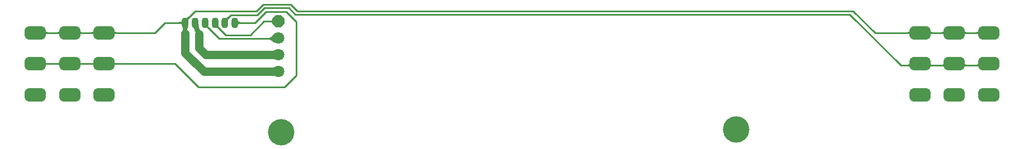
<source format=gbl>
G04*
G04 #@! TF.GenerationSoftware,Altium Limited,Altium Designer,21.8.1 (53)*
G04*
G04 Layer_Physical_Order=2*
G04 Layer_Color=16711680*
%FSLAX25Y25*%
%MOIN*%
G70*
G04*
G04 #@! TF.SameCoordinates,D46EA3DB-D9D9-43A1-922E-71BBC497A689*
G04*
G04*
G04 #@! TF.FilePolarity,Positive*
G04*
G01*
G75*
%ADD12C,0.01000*%
%ADD18O,0.04331X0.06299*%
G04:AMPARAMS|DCode=19|XSize=78.74mil|YSize=125.98mil|CornerRadius=23.62mil|HoleSize=0mil|Usage=FLASHONLY|Rotation=270.000|XOffset=0mil|YOffset=0mil|HoleType=Round|Shape=RoundedRectangle|*
%AMROUNDEDRECTD19*
21,1,0.07874,0.07874,0,0,270.0*
21,1,0.03150,0.12598,0,0,270.0*
1,1,0.04724,-0.03937,-0.01575*
1,1,0.04724,-0.03937,0.01575*
1,1,0.04724,0.03937,0.01575*
1,1,0.04724,0.03937,-0.01575*
%
%ADD19ROUNDEDRECTD19*%
%ADD20C,0.07087*%
%ADD21P,0.07671X8X292.5*%
%ADD22C,0.15748*%
%ADD23C,0.02500*%
%ADD24C,0.05000*%
G36*
X160547Y289402D02*
X160354Y289397D01*
X160182Y289382D01*
X160030Y289356D01*
X159899Y289321D01*
X159788Y289277D01*
X159696Y289222D01*
X159626Y289157D01*
X159575Y289082D01*
X159545Y288997D01*
X159535Y288901D01*
Y290901D01*
X159545Y290807D01*
X159575Y290722D01*
X159626Y290647D01*
X159696Y290581D01*
X159788Y290527D01*
X159899Y290481D01*
X160030Y290446D01*
X160182Y290422D01*
X160354Y290406D01*
X160547Y290402D01*
Y289402D01*
D02*
G37*
G36*
X166422Y290402D02*
X166614Y290406D01*
X166786Y290422D01*
X166938Y290446D01*
X167070Y290481D01*
X167181Y290527D01*
X167272Y290581D01*
X167343Y290647D01*
X167393Y290722D01*
X167424Y290807D01*
X167434Y290901D01*
Y288901D01*
X167424Y288997D01*
X167393Y289082D01*
X167343Y289157D01*
X167272Y289222D01*
X167181Y289277D01*
X167070Y289321D01*
X166938Y289356D01*
X166786Y289382D01*
X166614Y289397D01*
X166422Y289402D01*
Y290402D01*
D02*
G37*
G36*
X160547Y307906D02*
X160354Y307901D01*
X160182Y307886D01*
X160030Y307860D01*
X159899Y307825D01*
X159788Y307781D01*
X159696Y307726D01*
X159626Y307661D01*
X159575Y307586D01*
X159545Y307501D01*
X159535Y307405D01*
Y309405D01*
X159545Y309311D01*
X159575Y309226D01*
X159626Y309151D01*
X159696Y309085D01*
X159788Y309031D01*
X159899Y308985D01*
X160030Y308950D01*
X160182Y308926D01*
X160354Y308910D01*
X160547Y308906D01*
Y307906D01*
D02*
G37*
G36*
X166422Y308906D02*
X166614Y308910D01*
X166786Y308926D01*
X166938Y308950D01*
X167070Y308985D01*
X167181Y309031D01*
X167272Y309085D01*
X167343Y309151D01*
X167393Y309226D01*
X167424Y309311D01*
X167434Y309405D01*
Y307405D01*
X167424Y307501D01*
X167393Y307586D01*
X167343Y307661D01*
X167272Y307726D01*
X167181Y307781D01*
X167070Y307825D01*
X166938Y307860D01*
X166786Y307886D01*
X166614Y307901D01*
X166422Y307906D01*
Y308906D01*
D02*
G37*
G36*
X181019Y289402D02*
X180827Y289397D01*
X180655Y289382D01*
X180503Y289356D01*
X180371Y289321D01*
X180260Y289277D01*
X180169Y289222D01*
X180098Y289157D01*
X180048Y289082D01*
X180017Y288997D01*
X180007Y288901D01*
Y290901D01*
X180017Y290807D01*
X180048Y290722D01*
X180098Y290647D01*
X180169Y290581D01*
X180260Y290527D01*
X180371Y290481D01*
X180503Y290446D01*
X180655Y290422D01*
X180827Y290406D01*
X181019Y290402D01*
Y289402D01*
D02*
G37*
G36*
X186894Y290402D02*
X187087Y290406D01*
X187259Y290422D01*
X187410Y290446D01*
X187542Y290481D01*
X187653Y290527D01*
X187744Y290581D01*
X187815Y290647D01*
X187866Y290722D01*
X187896Y290807D01*
X187906Y290901D01*
Y288901D01*
X187896Y288997D01*
X187866Y289082D01*
X187815Y289157D01*
X187744Y289222D01*
X187653Y289277D01*
X187542Y289321D01*
X187410Y289356D01*
X187259Y289382D01*
X187087Y289397D01*
X186894Y289402D01*
Y290402D01*
D02*
G37*
G36*
X181019Y307906D02*
X180827Y307901D01*
X180655Y307886D01*
X180503Y307860D01*
X180371Y307825D01*
X180260Y307781D01*
X180169Y307726D01*
X180098Y307661D01*
X180048Y307586D01*
X180017Y307501D01*
X180007Y307405D01*
Y309405D01*
X180017Y309311D01*
X180048Y309226D01*
X180098Y309151D01*
X180169Y309085D01*
X180260Y309031D01*
X180371Y308985D01*
X180503Y308950D01*
X180655Y308926D01*
X180827Y308910D01*
X181019Y308906D01*
Y307906D01*
D02*
G37*
G36*
X186894Y308906D02*
X187087Y308910D01*
X187259Y308926D01*
X187410Y308950D01*
X187542Y308985D01*
X187653Y309031D01*
X187744Y309085D01*
X187815Y309151D01*
X187866Y309226D01*
X187896Y309311D01*
X187906Y309405D01*
Y307405D01*
X187896Y307501D01*
X187866Y307586D01*
X187815Y307661D01*
X187744Y307726D01*
X187653Y307781D01*
X187542Y307825D01*
X187410Y307860D01*
X187259Y307886D01*
X187087Y307901D01*
X186894Y307906D01*
Y308906D01*
D02*
G37*
G36*
X245239Y317327D02*
X245081Y317162D01*
X244837Y316863D01*
X244752Y316728D01*
X244690Y316603D01*
X244652Y316488D01*
X244638Y316383D01*
X244648Y316288D01*
X244682Y316203D01*
X244740Y316128D01*
X243333Y317535D01*
X243408Y317477D01*
X243493Y317443D01*
X243588Y317433D01*
X243692Y317447D01*
X243808Y317485D01*
X243932Y317547D01*
X244067Y317633D01*
X244212Y317742D01*
X244367Y317876D01*
X244532Y318034D01*
X245239Y317327D01*
D02*
G37*
G36*
X240531Y315071D02*
X240923Y315096D01*
X241179Y315138D01*
X241395Y315188D01*
X241572Y315246D01*
X241709Y315311D01*
X241806Y315384D01*
Y313616D01*
X241709Y313689D01*
X241572Y313754D01*
X241395Y313812D01*
X241179Y313862D01*
X240923Y313904D01*
X240531Y313942D01*
Y313502D01*
X240521Y313596D01*
X240491Y313681D01*
X240440Y313756D01*
X240369Y313821D01*
X240278Y313875D01*
X240166Y313920D01*
X240034Y313955D01*
X239882Y313980D01*
X239857Y313982D01*
X239499Y313996D01*
X239043Y314000D01*
Y315000D01*
X239499Y315004D01*
X239970Y315034D01*
X240034Y315045D01*
X240166Y315080D01*
X240278Y315125D01*
X240369Y315179D01*
X240440Y315244D01*
X240491Y315319D01*
X240521Y315404D01*
X240531Y315498D01*
Y315071D01*
D02*
G37*
G36*
X244450Y312250D02*
X244343Y312040D01*
X244248Y311799D01*
X244166Y311528D01*
X244097Y311226D01*
X244040Y310894D01*
X243964Y310138D01*
X243945Y309715D01*
X243939Y309261D01*
X241439D01*
X241433Y309715D01*
X241338Y310894D01*
X241281Y311226D01*
X241212Y311528D01*
X241130Y311799D01*
X241035Y312040D01*
X240928Y312250D01*
X240808Y312430D01*
X244570D01*
X244450Y312250D01*
D02*
G37*
G36*
X250021Y313282D02*
X250050Y313219D01*
X250766Y313516D01*
X250732Y313179D01*
X250715Y312838D01*
X250717Y312493D01*
X250737Y312144D01*
X250823Y311507D01*
X250958Y311209D01*
X251172Y310840D01*
X251378Y310530D01*
X251577Y310280D01*
X251767Y310089D01*
X251950Y309958D01*
X248365Y308631D01*
X248418Y308849D01*
X248438Y309118D01*
X248426Y309437D01*
X248381Y309806D01*
X248303Y310226D01*
X248212Y310583D01*
X247872Y311118D01*
X247678Y311371D01*
X247477Y311599D01*
X247271Y311802D01*
X247059Y311980D01*
X247715Y312252D01*
X247664Y312410D01*
X247422Y313082D01*
X249767Y313950D01*
X250021Y313282D01*
D02*
G37*
G36*
X200490Y309311D02*
X200520Y309226D01*
X200571Y309151D01*
X200641Y309085D01*
X200732Y309031D01*
X200844Y308985D01*
X200975Y308950D01*
X201127Y308926D01*
X201299Y308910D01*
X201491Y308906D01*
Y307906D01*
X201299Y307901D01*
X201127Y307886D01*
X200975Y307860D01*
X200844Y307825D01*
X200732Y307781D01*
X200641Y307726D01*
X200571Y307661D01*
X200520Y307586D01*
X200490Y307501D01*
X200480Y307405D01*
Y309405D01*
X200490Y309311D01*
D02*
G37*
G36*
Y290807D02*
X200520Y290722D01*
X200571Y290647D01*
X200641Y290581D01*
X200732Y290527D01*
X200844Y290481D01*
X200975Y290446D01*
X201127Y290422D01*
X201299Y290406D01*
X201491Y290402D01*
Y289402D01*
X201299Y289397D01*
X201127Y289382D01*
X200975Y289356D01*
X200844Y289321D01*
X200732Y289277D01*
X200641Y289222D01*
X200571Y289157D01*
X200520Y289082D01*
X200490Y288997D01*
X200480Y288901D01*
Y290901D01*
X200490Y290807D01*
D02*
G37*
G36*
X256343Y310966D02*
X256178Y311124D01*
X255878Y311367D01*
X255743Y311453D01*
X255619Y311515D01*
X255504Y311553D01*
X255399Y311567D01*
X255304Y311557D01*
X255219Y311523D01*
X255143Y311465D01*
X256551Y312872D01*
X256493Y312797D01*
X256459Y312712D01*
X256449Y312617D01*
X256463Y312512D01*
X256501Y312397D01*
X256563Y312272D01*
X256648Y312138D01*
X256758Y311993D01*
X256892Y311838D01*
X257050Y311673D01*
X256343Y310966D01*
D02*
G37*
G36*
X262248D02*
X262084Y311124D01*
X261784Y311367D01*
X261649Y311453D01*
X261524Y311515D01*
X261409Y311553D01*
X261304Y311567D01*
X261209Y311557D01*
X261124Y311523D01*
X261049Y311465D01*
X262457Y312872D01*
X262399Y312797D01*
X262365Y312712D01*
X262354Y312617D01*
X262368Y312512D01*
X262406Y312397D01*
X262468Y312272D01*
X262554Y312138D01*
X262664Y311993D01*
X262798Y311838D01*
X262955Y311673D01*
X262248Y310966D01*
D02*
G37*
G36*
X268861Y317327D02*
X268703Y317162D01*
X268460Y316863D01*
X268374Y316728D01*
X268312Y316603D01*
X268274Y316488D01*
X268260Y316383D01*
X268270Y316288D01*
X268304Y316203D01*
X268362Y316128D01*
X266954Y317535D01*
X267030Y317477D01*
X267115Y317443D01*
X267210Y317433D01*
X267315Y317447D01*
X267429Y317485D01*
X267554Y317547D01*
X267689Y317633D01*
X267834Y317742D01*
X267989Y317876D01*
X268154Y318034D01*
X268861Y317327D01*
D02*
G37*
G36*
X275388Y314000D02*
X275196Y313995D01*
X275023Y313980D01*
X274871Y313955D01*
X274740Y313920D01*
X274628Y313875D01*
X274537Y313821D01*
X274466Y313756D01*
X274415Y313681D01*
X274385Y313596D01*
X274375Y313502D01*
Y315498D01*
X274385Y315404D01*
X274415Y315319D01*
X274466Y315244D01*
X274537Y315179D01*
X274628Y315125D01*
X274740Y315080D01*
X274871Y315045D01*
X275023Y315020D01*
X275196Y315005D01*
X275388Y315000D01*
Y314000D01*
D02*
G37*
G36*
X292396Y305500D02*
X292644Y305520D01*
X292904Y305581D01*
X293174Y305683D01*
X293456Y305826D01*
X293749Y306009D01*
X294053Y306233D01*
X294368Y306498D01*
X294694Y306803D01*
X295380Y307536D01*
X295675Y302584D01*
X295262Y302948D01*
X294145Y303810D01*
X293813Y304021D01*
X293501Y304193D01*
X293210Y304328D01*
X292938Y304423D01*
X292687Y304481D01*
X292456Y304500D01*
X292396Y305500D01*
D02*
G37*
G36*
X293522Y315711D02*
X293715Y315716D01*
X293887Y315731D01*
X294039Y315756D01*
X294170Y315791D01*
X294281Y315836D01*
X294372Y315891D01*
X294443Y315956D01*
X294494Y316031D01*
X294524Y316116D01*
X294534Y316211D01*
Y314211D01*
X294524Y314306D01*
X294494Y314391D01*
X294443Y314466D01*
X294372Y314531D01*
X294281Y314586D01*
X294170Y314631D01*
X294039Y314666D01*
X293887Y314691D01*
X293715Y314706D01*
X293522Y314711D01*
Y315711D01*
D02*
G37*
G36*
X673509Y289500D02*
X673702Y289505D01*
X673875Y289520D01*
X674028Y289545D01*
X674160Y289580D01*
X674271Y289625D01*
X674362Y289680D01*
X674433Y289745D01*
X674483Y289820D01*
X674512Y289905D01*
X674520Y290000D01*
X674553Y288001D01*
X674541Y288096D01*
X674508Y288181D01*
X674455Y288256D01*
X674382Y288320D01*
X674288Y288375D01*
X674173Y288420D01*
X674038Y288455D01*
X673882Y288480D01*
X673705Y288495D01*
X673509Y288500D01*
Y289500D01*
D02*
G37*
G36*
Y308906D02*
X673701Y308910D01*
X673873Y308926D01*
X674025Y308950D01*
X674156Y308985D01*
X674267Y309031D01*
X674359Y309085D01*
X674429Y309151D01*
X674480Y309226D01*
X674510Y309311D01*
X674520Y309405D01*
Y307405D01*
X674510Y307501D01*
X674480Y307586D01*
X674429Y307661D01*
X674359Y307726D01*
X674267Y307781D01*
X674156Y307825D01*
X674025Y307860D01*
X673873Y307886D01*
X673701Y307901D01*
X673509Y307906D01*
Y308906D01*
D02*
G37*
G36*
X688106Y288500D02*
X687909Y288495D01*
X687732Y288480D01*
X687576Y288455D01*
X687441Y288420D01*
X687327Y288375D01*
X687232Y288320D01*
X687159Y288256D01*
X687106Y288181D01*
X687073Y288096D01*
X687062Y288001D01*
X687094Y290000D01*
X687102Y289905D01*
X687132Y289820D01*
X687181Y289745D01*
X687252Y289680D01*
X687343Y289625D01*
X687454Y289580D01*
X687586Y289545D01*
X687739Y289520D01*
X687912Y289505D01*
X688106Y289500D01*
Y288500D01*
D02*
G37*
G36*
X693981Y289500D02*
X694175Y289505D01*
X694348Y289520D01*
X694500Y289545D01*
X694632Y289580D01*
X694744Y289625D01*
X694835Y289680D01*
X694905Y289745D01*
X694955Y289820D01*
X694984Y289905D01*
X694993Y290000D01*
X695025Y288001D01*
X695013Y288096D01*
X694981Y288181D01*
X694928Y288256D01*
X694854Y288320D01*
X694760Y288375D01*
X694645Y288420D01*
X694510Y288455D01*
X694354Y288480D01*
X694178Y288495D01*
X693981Y288500D01*
Y289500D01*
D02*
G37*
G36*
X688106Y307906D02*
X687913Y307901D01*
X687741Y307886D01*
X687590Y307860D01*
X687458Y307825D01*
X687347Y307781D01*
X687256Y307726D01*
X687185Y307661D01*
X687134Y307586D01*
X687104Y307501D01*
X687094Y307405D01*
Y309405D01*
X687104Y309311D01*
X687134Y309226D01*
X687185Y309151D01*
X687256Y309085D01*
X687347Y309031D01*
X687458Y308985D01*
X687590Y308950D01*
X687741Y308926D01*
X687913Y308910D01*
X688106Y308906D01*
Y307906D01*
D02*
G37*
G36*
X693981Y308906D02*
X694173Y308910D01*
X694345Y308926D01*
X694497Y308950D01*
X694629Y308985D01*
X694740Y309031D01*
X694831Y309085D01*
X694902Y309151D01*
X694952Y309226D01*
X694983Y309311D01*
X694993Y309405D01*
Y307405D01*
X694983Y307501D01*
X694952Y307586D01*
X694902Y307661D01*
X694831Y307726D01*
X694740Y307781D01*
X694629Y307825D01*
X694497Y307860D01*
X694345Y307886D01*
X694173Y307901D01*
X693981Y307906D01*
Y308906D01*
D02*
G37*
G36*
X708578Y288500D02*
X708381Y288495D01*
X708205Y288480D01*
X708049Y288455D01*
X707914Y288420D01*
X707799Y288375D01*
X707705Y288320D01*
X707631Y288256D01*
X707578Y288181D01*
X707546Y288096D01*
X707534Y288001D01*
X707566Y290000D01*
X707575Y289905D01*
X707604Y289820D01*
X707654Y289745D01*
X707724Y289680D01*
X707815Y289625D01*
X707927Y289580D01*
X708059Y289545D01*
X708211Y289520D01*
X708384Y289505D01*
X708578Y289500D01*
Y288500D01*
D02*
G37*
G36*
X714453Y289500D02*
X714647Y289505D01*
X714820Y289520D01*
X714973Y289545D01*
X715105Y289580D01*
X715216Y289625D01*
X715307Y289680D01*
X715378Y289745D01*
X715427Y289820D01*
X715457Y289905D01*
X715465Y290000D01*
X715497Y288001D01*
X715486Y288096D01*
X715453Y288181D01*
X715400Y288256D01*
X715327Y288320D01*
X715233Y288375D01*
X715118Y288420D01*
X714983Y288455D01*
X714827Y288480D01*
X714650Y288495D01*
X714453Y288500D01*
Y289500D01*
D02*
G37*
G36*
X708578Y307906D02*
X708386Y307901D01*
X708214Y307886D01*
X708062Y307860D01*
X707930Y307825D01*
X707819Y307781D01*
X707728Y307726D01*
X707657Y307661D01*
X707607Y307586D01*
X707576Y307501D01*
X707566Y307405D01*
Y309405D01*
X707576Y309311D01*
X707607Y309226D01*
X707657Y309151D01*
X707728Y309085D01*
X707819Y309031D01*
X707930Y308985D01*
X708062Y308950D01*
X708214Y308926D01*
X708386Y308910D01*
X708578Y308906D01*
Y307906D01*
D02*
G37*
G36*
X714453Y308906D02*
X714646Y308910D01*
X714818Y308926D01*
X714969Y308950D01*
X715101Y308985D01*
X715212Y309031D01*
X715304Y309085D01*
X715374Y309151D01*
X715425Y309226D01*
X715455Y309311D01*
X715465Y309405D01*
Y307405D01*
X715455Y307501D01*
X715425Y307586D01*
X715374Y307661D01*
X715304Y307726D01*
X715212Y307781D01*
X715101Y307825D01*
X714969Y307860D01*
X714818Y307886D01*
X714646Y307901D01*
X714453Y307906D01*
Y308906D01*
D02*
G37*
D12*
X254500Y313516D02*
X263016Y305000D01*
X254500Y313516D02*
Y314500D01*
X263016Y305000D02*
X297843D01*
X654095Y308405D02*
X680807D01*
X309670Y321500D02*
X641000D01*
X654095Y308405D01*
X701279Y289000D02*
X720850D01*
X680807D02*
X701279D01*
X308322Y319500D02*
X639000D01*
X669500Y289000D02*
X680807D01*
X639000Y319500D02*
X669500Y289000D01*
X289106Y325485D02*
X305685D01*
X309670Y321500D01*
X289913Y323347D02*
X304475D01*
X308322Y319500D01*
X285121Y321500D02*
X289106Y325485D01*
X248705Y321500D02*
X285121D01*
X269976Y319150D02*
X285715D01*
X289913Y323347D01*
X309000Y283000D02*
Y314909D01*
X290717Y321129D02*
X302781D01*
X309000Y314909D01*
X284088Y314500D02*
X290717Y321129D01*
X297843Y305000D02*
X298054Y305211D01*
X153248Y308405D02*
X173721D01*
X194193D01*
X701279D02*
X721752D01*
X680807D02*
X701279D01*
X194193D02*
X224406D01*
X242689Y315484D02*
X248705Y321500D01*
X230500Y314500D02*
X242689D01*
X224406Y308405D02*
X230500Y314500D01*
X242689D02*
Y315484D01*
X173721Y289901D02*
X194193D01*
X236598D01*
X250500Y276000D02*
X302000D01*
X236598Y289901D02*
X250500Y276000D01*
X272217Y314500D02*
X284088D01*
X153248Y289901D02*
X173721D01*
X302000Y276000D02*
X309000Y283000D01*
X266921Y307000D02*
X281500D01*
X289711Y315211D02*
X298054D01*
X260405Y313516D02*
Y314500D01*
Y313516D02*
X266921Y307000D01*
X281500D02*
X289711Y315211D01*
X720850Y289000D02*
X721752Y289901D01*
X266311Y314500D02*
Y315484D01*
X269976Y319150D01*
D18*
X242689Y314500D02*
D03*
X248594D02*
D03*
X254500D02*
D03*
X260405D02*
D03*
X266311D02*
D03*
X272217D02*
D03*
D19*
X194193Y289901D02*
D03*
Y271398D02*
D03*
Y308405D02*
D03*
X173721Y289901D02*
D03*
Y271398D02*
D03*
Y308405D02*
D03*
X153248Y289901D02*
D03*
Y271398D02*
D03*
Y308405D02*
D03*
X680807D02*
D03*
X680807Y271398D02*
D03*
X680807Y289901D02*
D03*
X701279Y308405D02*
D03*
Y271398D02*
D03*
Y289901D02*
D03*
X721752Y308405D02*
D03*
X721752Y271398D02*
D03*
X721752Y289901D02*
D03*
D20*
X298054Y285211D02*
D03*
Y295211D02*
D03*
Y305211D02*
D03*
D21*
Y315211D02*
D03*
D22*
X571375Y250598D02*
D03*
X299726Y249038D02*
D03*
D23*
X248594Y313516D02*
Y314500D01*
Y313516D02*
X250717Y307783D01*
X249151Y312877D02*
Y313943D01*
X248594Y314500D02*
X249151Y313943D01*
X242500Y308000D02*
X242689Y308189D01*
Y314500D01*
D24*
X250717Y299283D02*
Y307783D01*
Y299283D02*
X254789Y295211D01*
X298054D01*
X253789Y285211D02*
X298054D01*
X242500Y296500D02*
Y308000D01*
Y296500D02*
X253789Y285211D01*
M02*

</source>
